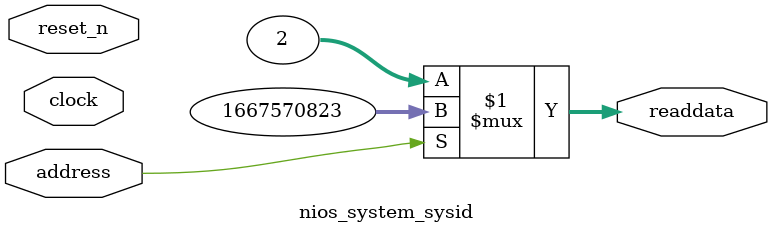
<source format=v>



// synthesis translate_off
`timescale 1ns / 1ps
// synthesis translate_on

// turn off superfluous verilog processor warnings 
// altera message_level Level1 
// altera message_off 10034 10035 10036 10037 10230 10240 10030 

module nios_system_sysid (
               // inputs:
                address,
                clock,
                reset_n,

               // outputs:
                readdata
             )
;

  output  [ 31: 0] readdata;
  input            address;
  input            clock;
  input            reset_n;

  wire    [ 31: 0] readdata;
  //control_slave, which is an e_avalon_slave
  assign readdata = address ? 1667570823 : 2;

endmodule



</source>
